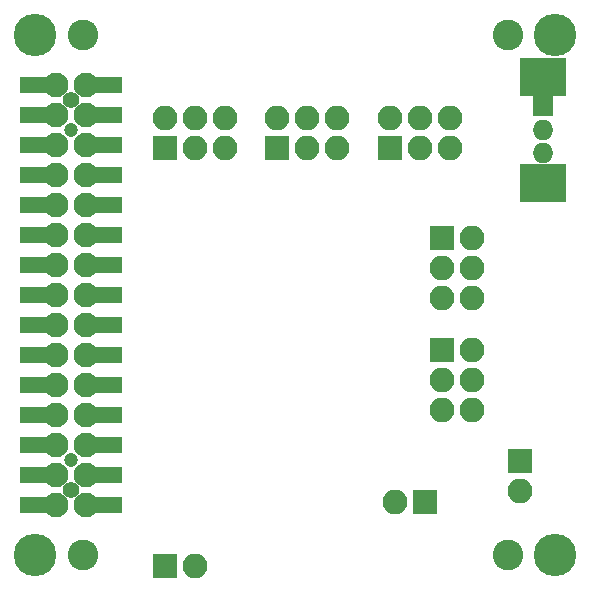
<source format=gbs>
G04 #@! TF.FileFunction,Soldermask,Bot*
%FSLAX46Y46*%
G04 Gerber Fmt 4.6, Leading zero omitted, Abs format (unit mm)*
G04 Created by KiCad (PCBNEW 4.0.7) date 09/04/18 00:03:24*
%MOMM*%
%LPD*%
G01*
G04 APERTURE LIST*
%ADD10C,0.100000*%
%ADD11C,3.600000*%
%ADD12C,2.600000*%
%ADD13R,2.100000X2.100000*%
%ADD14O,2.100000X2.100000*%
%ADD15R,3.900000X3.200000*%
%ADD16R,1.750000X1.750000*%
%ADD17O,1.750000X1.750000*%
%ADD18C,1.200000*%
%ADD19C,1.400000*%
%ADD20R,3.550000X1.400000*%
%ADD21C,2.100000*%
G04 APERTURE END LIST*
D10*
D11*
X107000000Y-130000000D03*
X107000000Y-86000000D03*
X151000000Y-86000000D03*
X151000000Y-130000000D03*
D12*
X111000000Y-130000000D03*
X111000000Y-86000000D03*
X147000000Y-86000000D03*
X147000000Y-130000000D03*
D13*
X140000000Y-125500000D03*
D14*
X137460000Y-125500000D03*
D13*
X148000000Y-122000000D03*
D14*
X148000000Y-124540000D03*
D13*
X117970000Y-130968000D03*
D14*
X120510000Y-130968000D03*
D13*
X141465000Y-112680000D03*
D14*
X144005000Y-112680000D03*
X141465000Y-115220000D03*
X144005000Y-115220000D03*
X141465000Y-117760000D03*
X144005000Y-117760000D03*
D13*
X141465000Y-103155000D03*
D14*
X144005000Y-103155000D03*
X141465000Y-105695000D03*
X144005000Y-105695000D03*
X141465000Y-108235000D03*
X144005000Y-108235000D03*
D13*
X137020000Y-95535000D03*
D14*
X137020000Y-92995000D03*
X139560000Y-95535000D03*
X139560000Y-92995000D03*
X142100000Y-95535000D03*
X142100000Y-92995000D03*
D13*
X127495000Y-95535000D03*
D14*
X127495000Y-92995000D03*
X130035000Y-95535000D03*
X130035000Y-92995000D03*
X132575000Y-95535000D03*
X132575000Y-92995000D03*
D13*
X117970000Y-95535000D03*
D14*
X117970000Y-92995000D03*
X120510000Y-95535000D03*
X120510000Y-92995000D03*
X123050000Y-95535000D03*
X123050000Y-92995000D03*
D15*
X150000000Y-98500000D03*
D16*
X150000000Y-92000000D03*
D17*
X150000000Y-94000000D03*
X150000000Y-96000000D03*
D15*
X150000000Y-89500000D03*
D18*
X110000000Y-121970000D03*
D19*
X110000000Y-124510000D03*
D18*
X110000000Y-94030000D03*
D20*
X107475000Y-90220000D03*
D18*
X106825000Y-90220000D03*
D20*
X112555000Y-90220000D03*
X107475000Y-92760000D03*
X112555000Y-92760000D03*
X107475000Y-95300000D03*
X112555000Y-95300000D03*
X107475000Y-97840000D03*
X112555000Y-97840000D03*
X107475000Y-100380000D03*
X112555000Y-100380000D03*
X107475000Y-102920000D03*
X112555000Y-102920000D03*
X107475000Y-105460000D03*
X112555000Y-105460000D03*
X107475000Y-108000000D03*
X112555000Y-108000000D03*
X107475000Y-110540000D03*
X112555000Y-110540000D03*
X107475000Y-113080000D03*
X112555000Y-113080000D03*
X107475000Y-115620000D03*
X112555000Y-115620000D03*
X107475000Y-118160000D03*
X112555000Y-118160000D03*
X107475000Y-120700000D03*
X112555000Y-120700000D03*
X107475000Y-123240000D03*
X112555000Y-123240000D03*
X107475000Y-125780000D03*
X112555000Y-125780000D03*
D18*
X106825000Y-92760000D03*
X106825000Y-95300000D03*
X106825000Y-97840000D03*
X106825000Y-100380000D03*
X106825000Y-102920000D03*
X106825000Y-105460000D03*
X106825000Y-108000000D03*
X106825000Y-110540000D03*
X106825000Y-113080000D03*
X106825000Y-115620000D03*
X106825000Y-118160000D03*
X106825000Y-120700000D03*
X106825000Y-123240000D03*
X106825000Y-125780000D03*
X113175000Y-90220000D03*
X113175000Y-92760000D03*
X113175000Y-95300000D03*
X113175000Y-97840000D03*
X113175000Y-100380000D03*
X113175000Y-102920000D03*
X113175000Y-105460000D03*
X113175000Y-108000000D03*
X113175000Y-110540000D03*
X113175000Y-113080000D03*
X113175000Y-115620000D03*
X113175000Y-118160000D03*
X113175000Y-120700000D03*
X113175000Y-123240000D03*
X113175000Y-125780000D03*
D19*
X110000000Y-91490000D03*
D21*
X108730000Y-90220000D03*
X111270000Y-90220000D03*
X108730000Y-92760000D03*
X111270000Y-92760000D03*
X108730000Y-95300000D03*
X111270000Y-95300000D03*
X108730000Y-97840000D03*
X111270000Y-97840000D03*
X108730000Y-100380000D03*
X111270000Y-100380000D03*
X108730000Y-102920000D03*
X111270000Y-102920000D03*
X108730000Y-105460000D03*
X111270000Y-105460000D03*
X108730000Y-108000000D03*
X111270000Y-108000000D03*
X108730000Y-110540000D03*
X111270000Y-110540000D03*
X108730000Y-113080000D03*
X111270000Y-113080000D03*
X108730000Y-115620000D03*
X111270000Y-115620000D03*
X108730000Y-118160000D03*
X111270000Y-118160000D03*
X108730000Y-120700000D03*
X111270000Y-120700000D03*
X108730000Y-123240000D03*
X111270000Y-123240000D03*
X108730000Y-125780000D03*
X111270000Y-125780000D03*
M02*

</source>
